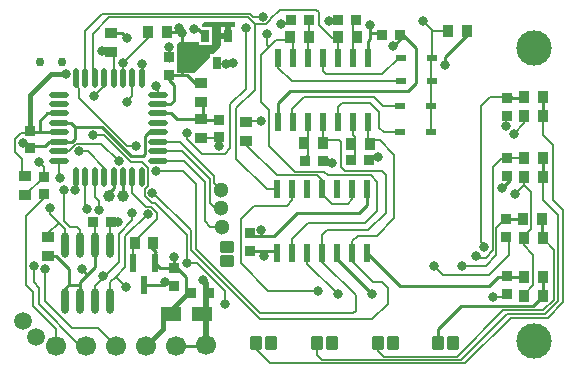
<source format=gbl>
%FSTAX25Y25*%
%MOIN*%
%SFA1B1*%

%IPPOS*%
%AMD22*
4,1,8,-0.024600,0.010300,-0.024600,-0.010300,-0.014300,-0.020700,0.014300,-0.020700,0.024600,-0.010300,0.024600,0.010300,0.014300,0.020700,-0.014300,0.020700,-0.024600,0.010300,0.0*
1,1,0.020680,-0.014300,0.010300*
1,1,0.020680,-0.014300,-0.010300*
1,1,0.020680,0.014300,-0.010300*
1,1,0.020680,0.014300,0.010300*
%
%AMD25*
4,1,8,-0.010300,-0.024600,0.010300,-0.024600,0.020700,-0.014300,0.020700,0.014300,0.010300,0.024600,-0.010300,0.024600,-0.020700,0.014300,-0.020700,-0.014300,-0.010300,-0.024600,0.0*
1,1,0.020680,-0.010300,-0.014300*
1,1,0.020680,0.010300,-0.014300*
1,1,0.020680,0.010300,0.014300*
1,1,0.020680,-0.010300,0.014300*
%
%ADD15C,0.006000*%
%ADD16C,0.008000*%
%ADD17C,0.010000*%
%ADD18C,0.020000*%
%ADD19C,0.015000*%
%ADD20C,0.005000*%
%ADD21C,0.007010*%
G04~CAMADD=22~8~0.0~0.0~413.4~492.1~103.4~0.0~15~0.0~0.0~0.0~0.0~0~0.0~0.0~0.0~0.0~0~0.0~0.0~0.0~90.0~492.0~414.0*
%ADD22D22*%
%ADD23C,0.118110*%
%ADD24C,0.059060*%
G04~CAMADD=25~8~0.0~0.0~413.4~492.1~103.4~0.0~15~0.0~0.0~0.0~0.0~0~0.0~0.0~0.0~0.0~0~0.0~0.0~0.0~180.0~414.0~492.0*
%ADD25D25*%
%ADD26C,0.066930*%
%ADD27C,0.029530*%
%ADD28C,0.031500*%
%ADD29R,0.025590X0.041340*%
%ADD30R,0.037400X0.037400*%
%ADD31R,0.023620X0.061020*%
%ADD32R,0.037400X0.037400*%
%ADD33R,0.039370X0.035430*%
%ADD34R,0.035430X0.039370*%
%ADD35C,0.051180*%
%ADD36C,0.039370*%
%ADD37R,0.035430X0.019690*%
%ADD38R,0.023620X0.059060*%
%ADD39O,0.064960X0.021650*%
%ADD40O,0.021650X0.064960*%
%ADD41R,0.070870X0.049210*%
%ADD42O,0.023620X0.086610*%
%ADD43C,0.007000*%
%LNswitch_trojan1-1*%
%LPD*%
G36*
X0183858Y0246602D02*
X0183677Y0246177D01*
X0182382*
Y024311*
X0181398*
Y0242126*
X0179118*
Y0240043*
X0178904Y0239633*
X0176394Y0237122*
X0175378*
Y0236106*
X0170079Y0230807*
X0164764*
X0164583Y0230988*
Y0232988*
Y0233154*
Y0238894*
X016449*
X0164474Y0240582*
X016497Y0241043*
X0171638*
Y0240043*
X0176197*
Y0246177*
X0173013*
X0172835Y0246356*
Y0247047*
X0173524Y0247736*
X0183858*
Y0246602*
G37*
%LNswitch_trojan1-2*%
%LPC*%
G36*
X0180413Y0246177D02*
X0179118D01*
Y0244094*
X0180413*
Y0246177*
G37*
%LNswitch_trojan1-3*%
%LPD*%
G54D15*
X0166043Y0238779D02*
X0177067D01*
X0177854Y0233858D02*
X0180709D01*
X0177657Y0234055D02*
X0177854Y0233858D01*
X0182185Y0220472D02*
X0187303Y022559D01*
X0182185Y0205709D02*
Y0220472D01*
X0180413Y0203937D02*
X0182185Y0205709D01*
X0184153Y0218996D02*
X0190354Y0225197D01*
X0184153Y0202264D02*
Y0218996D01*
Y0202264D02*
X0194291Y0192126D01*
X0202658Y0218701D02*
X0206791Y0222835D01*
X0282593Y0178754D02*
Y0191226D01*
X028002Y0176181D02*
X0282593Y0178754D01*
X0280217Y0193602D02*
X0282593Y0191226D01*
X028002Y017569D02*
Y0176181D01*
Y0173327D02*
Y017569D01*
Y0173327D02*
X0283169Y0170177D01*
X0187303Y022559D02*
Y0245768D01*
X018805Y0249337D02*
X0190354Y0247033D01*
X0141759Y0249337D02*
X018805D01*
X0194587Y0239993D02*
Y0243701D01*
Y0239993D02*
X0195095Y0239485D01*
X0139612Y0250537D02*
X0188833D01*
X0136319Y0243898D02*
X0141759Y0249337D01*
X0133858Y0244783D02*
X0139612Y0250537D01*
X0188833D02*
X0189862Y0249508D01*
X0193012*
X0190354Y0225197D02*
Y0247033D01*
X0194037*
X0195487Y0248483D02*
Y0248692D01*
X0194037Y0247033D02*
X0195487Y0248483D01*
Y0248692D02*
X0198764Y0251969D01*
X0175314Y0187383D02*
Y0195477D01*
Y0187383D02*
X0176969Y0185728D01*
X0179232*
X017687Y0193996D02*
X0179134Y0191732D01*
X017687Y0193996D02*
Y0196555D01*
X0165551Y0207874D02*
X017687Y0196555D01*
X0175591Y0179626D02*
X0179331D01*
X0173721Y0181496D02*
X0175591Y0179626D01*
X0223721Y020315D02*
Y0209583D01*
X0143307Y0229134D02*
Y0236614D01*
X0249114Y0211122D02*
Y023563D01*
X0211713Y024685D02*
Y0250984D01*
X0210728Y0251969D02*
X0211713Y0250984D01*
X0198764Y0251969D02*
X0210728D01*
X0222441Y020187D02*
X0223721Y020315D01*
X0220374Y0198228D02*
X0232712D01*
X0218996Y0199606D02*
X0220374Y0198228D01*
X0218996Y0199606D02*
Y0207776D01*
X0229134Y0196653D02*
X0231201Y0194587D01*
X0214764Y0196653D02*
X0229134D01*
X0213564Y0197854D02*
X0214764Y0196653D01*
X0203623Y0197854D02*
X0213564D01*
X0231201Y0184843D02*
Y0194587D01*
X0149606Y0190784D02*
Y0196063D01*
X0120384Y0154715D02*
X0129429Y0145669D01*
X0120384Y0154715D02*
Y0165354D01*
X0147638Y022126D02*
X0149606Y0223228D01*
Y0229134*
X0185728Y0182087D02*
X0190256Y0186614D01*
X0185728Y0167323D02*
Y0182087D01*
Y0167323D02*
X0194783Y0158268D01*
X0136319Y0229823D02*
Y0243898D01*
Y0229823D02*
X0137008Y0229134D01*
X0130945Y0226536D02*
Y0228898D01*
Y0226536D02*
X0131791Y0225689D01*
Y0222539D02*
Y0225689D01*
X0133858Y0229134D02*
Y0244783D01*
X0130709Y0229134D02*
X0130945Y0228898D01*
X0283169Y0160039D02*
Y0170177D01*
X028002Y015689D02*
X0283169Y0160039D01*
X028002Y0156004D02*
Y015689D01*
X0116339Y0153051D02*
X0124016Y0145374D01*
Y0139764D02*
Y0145374D01*
X0113976Y0160039D02*
Y0183169D01*
Y0160039D02*
X0116339Y0157677D01*
Y0153051D02*
Y0157677D01*
X0116634Y0161024D02*
X0118405Y0159252D01*
Y0153642D02*
Y0159252D01*
Y0153642D02*
X0122047Y015D01*
X0116634Y0161024D02*
Y0166634D01*
X0207087Y0202362D02*
X0208268Y0203543D01*
X0129429Y0145669D02*
X013811D01*
X0122047Y015D02*
X0127953Y0144095D01*
X0122047Y015D02*
D01*
X0249311Y0245177D02*
X0249803Y0244685D01*
X0254921*
X0222894Y0168051D02*
Y0174665D01*
X0224862Y0176634*
X0230965*
X0275197Y0170079D02*
Y017569D01*
X0268504Y0163386D02*
X0275197Y0170079D01*
X0270885Y0170098D02*
Y0179153D01*
X0267322Y0166535D02*
X0270885Y0170098D01*
X0267323Y0169291D02*
X0269685Y0171653D01*
X0264173Y0169291D02*
X0267323D01*
X025315Y0163386D02*
X0268504D01*
X0270885Y0179153D02*
X0273426Y0181694D01*
X0259448Y0166535D02*
X0267322D01*
X0266929Y0172834D02*
Y0173229D01*
X0265748Y0174409D02*
X0266929Y0173229D01*
X0265748Y0174409D02*
Y0219685D01*
X0264173Y0169291D02*
Y0169685D01*
X0249114Y023563D02*
X0249311Y0235827D01*
X0187598Y020937D02*
X0187697Y0209272D01*
X0194291Y0192126D02*
X0197894D01*
X0212894Y0190354D02*
X0216142Y0187106D01*
X0212894Y0190354D02*
Y0192126D01*
X021309Y0231496D02*
Y0235728D01*
X0238386Y0235827D02*
X0239075D01*
X0202658Y0214902D02*
Y0218701D01*
Y0214902D02*
X0203091Y0214469D01*
X0233169Y0219783D02*
X0238878D01*
X0218091Y0214469D02*
Y021937D01*
X0219488Y0220768*
X0228839*
X023189Y0217717*
Y0212598D02*
Y0217717D01*
Y0212598D02*
X0233366Y0211122D01*
X0238878*
X0197539Y0241929D02*
X0203563D01*
X0208268Y0203543D02*
Y0214291D01*
X020809Y0214469D02*
X0208268Y0214291D01*
X020809Y0235728D02*
Y0241102D01*
X0203091Y0241457D02*
X0203563Y0241929D01*
X0203091Y0235728D02*
Y0241457D01*
X0218091Y0235728D02*
Y0242047D01*
X0202894Y0170866D02*
Y0175531D01*
X0212894Y0167815D02*
Y0176772D01*
X0217894Y0170866D02*
X0217924Y0170836D01*
X0273426Y0181694D02*
X0275197D01*
X0207894Y0167302D02*
X021811Y0157086D01*
X0207894Y0167302D02*
Y0170866D01*
X0268702Y0222639D02*
X0275591D01*
X0265748Y0219685D02*
X0268702Y0222639D01*
X0146457Y0229134D02*
Y0234252D01*
Y0229134D02*
D01*
X0158268Y0223622D02*
Y022559D01*
X015748Y0226378D02*
X0158268Y022559D01*
X015748Y0226378D02*
D01*
X0152756Y0229134D02*
Y0232283D01*
X013811Y0145669D02*
X0144016Y0139764D01*
X0140157Y0196063D02*
D01*
X0249311Y0235827D02*
Y0245177D01*
X0246457Y0248031D02*
X0249311Y0245177D01*
X0189488Y0214961D02*
X019252D01*
X0187598Y0213071D02*
X0189488Y0214961D01*
X0216142Y0187106D02*
X0221358D01*
X0222894Y0188642*
Y0192126*
Y0168051D02*
X0229921Y0161024D01*
X0232677*
X0234646Y0159055*
Y0153937D02*
Y0159055D01*
X0229528Y0148819D02*
X0234646Y0153937D01*
X0140157Y0196063D02*
Y0199213D01*
X0212894Y0167815D02*
X0224016Y0156693D01*
Y0151575D02*
Y0156693D01*
X0223228Y0150787D02*
X0224016Y0151575D01*
X0212894Y0176772D02*
X0214468Y0178347D01*
X022815*
X0202894Y0175531D02*
X0208071Y0180709D01*
X0227067*
X0231201Y0184843*
X0202894Y0188327D02*
Y0192126D01*
X0201181Y0186614D02*
X0202894Y0188327D01*
X021309Y0231496D02*
X0214272Y0230315D01*
X0232874*
X0238386Y0235827*
X0198091Y0232618D02*
Y0235728D01*
Y0232618D02*
X0202657Y0228051D01*
X0239075*
X0206791Y0222835D02*
X0230118D01*
X0233169Y0219783*
X0192354Y0221031D02*
Y0236744D01*
Y0221031D02*
X0194994Y0218391D01*
Y0206482D02*
Y0218391D01*
X0223091Y0210213D02*
Y0214469D01*
Y0210213D02*
X0223721Y0209583D01*
X025Y0166535D02*
X025315Y0163386D01*
X0280118Y0213976D02*
Y0216536D01*
X0276772Y021063D02*
X0280118Y0213976D01*
X0280217Y0193602D02*
Y0196162D01*
X0277165Y0190551D02*
X0280217Y0193602D01*
X0272737Y020256D02*
X0280118D01*
X0280217Y0202462*
X0132283Y0139764D02*
X0134016D01*
X0127953Y0144095D02*
X0132283Y0139764D01*
X0125197Y0196063D02*
Y0201575D01*
X0134646Y0204724D02*
X0140157Y0199213D01*
X0125197Y0204725D02*
X012839D01*
X0132146Y0173622D02*
Y0178484D01*
X0131102Y0179528D02*
X0132146Y0178484D01*
X012874Y0179528D02*
X0131102D01*
X0126771Y0181496D02*
X012874Y0179528D01*
X0126771Y0181496D02*
Y018937D01*
D01*
X0126778Y0189377D01*
X0127146Y0173622D02*
Y0178661D01*
X0269685Y0171653D02*
Y0199508D01*
X0272737Y020256*
X0212894Y0192126D02*
Y019498D01*
X0194994Y0206482D02*
X0203623Y0197854D01*
X0197762Y0196653D02*
X0211221D01*
X0212894Y019498*
X021309Y0208366D02*
Y0214469D01*
Y0208366D02*
X0218406D01*
X0218996Y0207776*
X0228091Y0208425D02*
X0228642Y0207874D01*
X0228091Y0208425D02*
Y0214469D01*
Y0208425D02*
X0232028D01*
X0223091Y0247008D02*
X0224114Y0248032D01*
X0223091Y0235728D02*
Y0247008D01*
X0216043Y024252D02*
X0218012D01*
X0208563Y0241929D02*
Y0248032D01*
X0208366Y0248229D02*
X0208563Y0248032D01*
X0207185Y0242008D02*
X020809Y0241102D01*
X0211713Y024685D02*
X0216043Y024252D01*
X0192354Y0236744D02*
X0197539Y0241929D01*
X0187795Y020662D02*
X0197762Y0196653D01*
X0187795Y020662D02*
Y0208071D01*
X0187697Y0208169D02*
X0187795Y0208071D01*
X0187697Y0208169D02*
Y0209272D01*
X0190256Y0186614D02*
X0201181D01*
X0194783Y0158268D02*
X0211417D01*
X0172441Y0209154D02*
X0177362D01*
X0177559Y020935*
X0120079Y0189272D02*
Y0191535D01*
X0113878Y0190059D02*
X0120079Y019626D01*
X0113779Y0190059D02*
X0113878D01*
X0120079Y019626D02*
Y0199606D01*
X0112894Y0197244D02*
Y0202165D01*
Y0197244D02*
X0113779Y0196358D01*
X0122146Y0183661D02*
X0125Y0180807D01*
X0127146Y0178661*
X0167717Y0208865D02*
Y0210944D01*
X0166732Y0201575D02*
X0173721Y0194587D01*
Y0181496D02*
Y0194587D01*
X0131791Y0222539D02*
X0147933Y0206398D01*
X0150689*
X0144971Y0201486D02*
X0145283D01*
X0139258Y0207199D02*
X0144971Y0201486D01*
X0136516Y0210236D02*
X0140033D01*
X0149285Y0200984*
X0118504Y0200376D02*
Y0201181D01*
X0120079Y0199606*
X0113976Y0183169D02*
X0120079Y0189272D01*
X0122146Y0183661D02*
Y0185925D01*
X0125197Y0196063D02*
X0125591Y0195669D01*
X012839Y0204725D02*
X0130865Y0207199D01*
X0139258*
X013189Y0204724D02*
X0134646D01*
X0137008Y018937D02*
Y0196063D01*
X0126778Y0189377D02*
Y019184D01*
X0133858Y0185925D02*
Y0196063D01*
X0130585Y0195939D02*
X0130709Y0196063D01*
X0130585Y0191659D02*
Y0195939D01*
X0149803Y016752D02*
Y0174114D01*
X0170866Y0172047D02*
Y0193701D01*
Y0172047D02*
X0192126Y0150787D01*
X0223228*
X0167823Y0167626D02*
X0171011D01*
X0180512Y0158126*
Y0153642D02*
Y0158126D01*
X0169095Y0171752D02*
X0192027Y0148819D01*
X0229528*
X0166067Y0204725D02*
X0175314Y0195477D01*
X0149285Y0200984D02*
X0152804D01*
X0149606Y0190784D02*
X0154155Y0186235D01*
X0155651*
X0157677Y0181988D02*
Y0184209D01*
X0149803Y0174114D02*
X0157677Y0181988D01*
X0155651Y0186235D02*
X0157677Y0184209D01*
X0169095Y0171752D02*
Y0178347D01*
X0167717Y0208865D02*
X0172644Y0203937D01*
X0180413*
X0158268Y0207874D02*
X0165551D01*
X0160949Y0204725D02*
X0166067D01*
X0158268Y0201575D02*
X0166732D01*
X0166526Y0198041D02*
X0170866Y0193701D01*
X0157291Y0198041D02*
X0166526D01*
X0152804Y0200984D02*
X0154739Y019905D01*
Y0193077D02*
Y019905D01*
X0153734Y018977D02*
Y0192071D01*
Y018977D02*
X0156069Y0187435D01*
X0153734Y0192071D02*
X0154739Y0193077D01*
X0156487Y0190954D02*
X0169095Y0178347D01*
X0156208Y0190954D02*
X0156487D01*
X0156069Y0187435D02*
X0157053D01*
X0167823Y0176665*
Y0167626D02*
Y0176665D01*
X0138393Y0185245D02*
Y0187985D01*
X0137008Y018937D02*
X0138393Y0187985D01*
X0146457Y0234252D02*
X0154823Y0242618D01*
Y0244488*
X0152756Y0232283D02*
X0153543Y0233071D01*
X0152953Y0233661D02*
X0153543Y0233071D01*
X0152953Y0233661D02*
Y0233858D01*
X0167717Y0210944D02*
X0167922Y0210739D01*
X0112303Y0210827D02*
X0115354D01*
X0110433Y0204626D02*
X0112894Y0202165D01*
X0110433Y0204626D02*
Y0208957D01*
X0112303Y0210827*
X0230965Y0176634D02*
X023691Y0182579D01*
Y0203543*
X0232028Y0208425D02*
X023691Y0203543D01*
X022815Y0178347D02*
X0234055Y0184252D01*
Y0196885*
X0232712Y0198228D02*
X0234055Y0196885D01*
G54D16*
X0199114Y024675D02*
Y0247244D01*
Y024675D02*
X0199604Y024626D01*
X0273327Y0155709D02*
X0274705Y0157087D01*
X0273031Y0156004D02*
X0273327Y0155709D01*
X0269685Y0156004D02*
X0273031D01*
X0212992Y0202657D02*
X0214272D01*
X021624Y0200689*
X0201573Y0248229D02*
X0202461D01*
X0199604Y024626D02*
X0201573Y0248229D01*
G54D17*
X0166043Y0238779D02*
Y024498D01*
Y0230118D02*
Y0238779D01*
X0170177Y0245472D02*
X0171555D01*
X0173917Y024311*
X0172835Y0227461D02*
Y0228346D01*
X0170374Y0227461D02*
X0172835D01*
X0163779Y0244488D02*
X0165256Y0245965D01*
Y0245768D02*
X0166043Y024498D01*
X0161122Y0244488D02*
X0163779D01*
X0161713Y0236024D02*
Y023937D01*
Y0234843D02*
Y0236024D01*
X0165256Y0245768D02*
Y0245965D01*
X0166043Y0230118D02*
X0167717D01*
X0161713D02*
X0166043D01*
X0173917Y024311D02*
X0174606D01*
X0134449Y0163583D02*
X0137008Y0166142D01*
X0132146Y0161279D02*
X0134449Y0163583D01*
X0132677Y0165354D02*
X0134449Y0163583D01*
X0128347Y0160236D02*
Y0165453D01*
X0124016Y0169783D02*
X0128347Y0165453D01*
X0121555Y0169783D02*
X0124016D01*
X0127146Y0159035D02*
X0128347Y0160236D01*
X015392Y0209825D02*
X0155118Y0211024D01*
X0158268*
X0129134Y0214173D02*
X0130347Y021296D01*
X0161713Y0228346D02*
Y0230118D01*
X014626Y0244094D02*
X0147933Y0242421D01*
X014252Y0244094D02*
X014626D01*
X028307Y015315D02*
X0286319Y0156399D01*
X0259055Y015315D02*
X028307D01*
X0251378Y0145472D02*
X0259055Y015315D01*
X0112992Y020748D02*
X0113976Y0206496D01*
X0253839Y0233563D02*
Y0236024D01*
X0261221Y0243406*
Y0244685*
X0238976Y0244094D02*
X0244094Y0238976D01*
X0271458Y0162796D02*
X0275197D01*
X0268504Y0159843D02*
X0271458Y0162796D01*
X0238917Y0159843D02*
X0268504D01*
X0158268Y0207874D02*
X0158661Y0208268D01*
X0143307Y019252D02*
Y0196063D01*
X0146457D02*
D01*
Y0189764D02*
Y0196063D01*
X0141732Y0190945D02*
X0143307Y019252D01*
X0141732Y0189764D02*
Y0190945D01*
X017313Y0215335D02*
Y0219606D01*
X0164345Y0215335D02*
X017313D01*
X0173209Y0215256*
X0177264*
X0161713Y0228346D02*
X0163287Y0226772D01*
Y0221555D02*
Y0226772D01*
X0162205Y0220473D02*
X0163287Y0221555D01*
X0158268Y0220473D02*
X0162205D01*
X0158858Y0165945D02*
X0161811D01*
X0157283Y016752D02*
X0158858Y0165945D01*
X0157283Y016752D02*
Y0171181D01*
X0157362Y017126*
X0155394Y0173228D02*
X0157362Y017126D01*
X0142878Y0229563D02*
X0143307Y0229134D01*
X0140157D02*
D01*
X0118898Y0211024D02*
X0125197D01*
X0115551D02*
X0118898D01*
Y0214961*
X012126Y0217323*
X0125197*
X0136441Y0195496D02*
X0137008Y0196063D01*
X028002Y022254D02*
X0280118Y0222639D01*
X0275689Y022254D02*
X028002D01*
X0286516Y0196162D02*
Y0202462D01*
X0275Y0182088D02*
X0275098Y0181989D01*
X0286319Y0156399D02*
Y0162895D01*
X0275098Y0162993D02*
X0275197Y0162895D01*
X0286417Y0216536D02*
Y0222639D01*
X0286319Y0162895D02*
X0287402Y0163977D01*
X028622Y0175788D02*
Y0181989D01*
X0251378Y014065D02*
Y0145472D01*
X0275197Y0162895D02*
X028002D01*
X0217894Y016872D02*
X0229527Y0157086D01*
X0217894Y016872D02*
Y0170866D01*
X0275098Y0181989D02*
X0279921D01*
X0275689Y022254D02*
X0275984Y0222836D01*
X0196653Y0176575D02*
X0204331Y0184252D01*
X0225197*
X0227894Y0186949*
Y0192126*
X0228091Y0235728D02*
X022815Y0235788D01*
X0244094Y0227559D02*
Y0238976D01*
X0241339Y0224803D02*
X0244094Y0227559D01*
X0201969Y0224803D02*
X0241339D01*
X0198091Y0220925D02*
X0201969Y0224803D01*
X0198091Y0214469D02*
Y0220925D01*
X0227894Y0170866D02*
X0238917Y0159843D01*
X0125197Y0214173D02*
X0129134D01*
X0158268Y0217323D02*
X0162357D01*
X0164345Y0215335*
X0164016Y0139764D02*
X0174764D01*
X0137008Y0166142D02*
Y0173484D01*
X0128347Y0160236D02*
X0132146D01*
Y0154724D02*
Y0160236D01*
Y0161279*
X0272835Y019252D02*
X0275295Y019498D01*
Y0196457*
X022815Y0235788D02*
Y0241437D01*
X0228839Y0242126*
Y0244193D02*
X0228937Y0244094D01*
X0228839Y0242126D02*
Y0244193D01*
Y0246949*
X0235728Y0240059D02*
X0236122Y0239665D01*
X0236614*
X0228937Y0244094D02*
X0233366D01*
X0236614Y0239665D02*
X0238681Y0241732D01*
Y0242323*
X0188878Y0177461D02*
X0189764Y0176575D01*
X0197205Y0171555D02*
X0197894Y0170866D01*
X0193307Y0169685D02*
Y0171457D01*
X0193209Y0171555D02*
X0193307Y0171457D01*
X0188878Y0171555D02*
X0193209D01*
X0197205*
X019252Y017687D02*
Y0178347D01*
X0192224Y0176575D02*
X019252Y017687D01*
X0189764Y0176575D02*
X0192224D01*
X0196653*
X016752Y0156693D02*
Y0162894D01*
X0161811Y0165945D02*
X0162401Y0166535D01*
X0160531Y0161221D02*
X0163386D01*
X0113976Y0206496D02*
X0120571D01*
X0121949Y0207874*
X0125197*
X0153543Y0160039D02*
X0160531D01*
X0139289Y021296D02*
X0149099Y020315D01*
X0130347Y021296D02*
X0139289D01*
X0125197Y0207874D02*
X012956D01*
X0130347Y0208662*
Y021296*
X0172736Y0161909D02*
X0173228D01*
X0163386Y0165847D02*
X0163394Y0165854D01*
Y0166535*
Y0170185*
X0162401Y0166535D02*
X0163386D01*
X0163394D02*
X0163878D01*
X016752Y0162894*
X0174213Y0139213D02*
X0175Y014D01*
X0149099Y020315D02*
X015315D01*
X015392Y020392*
Y0209825*
X0178347Y0206496D02*
Y020935D01*
X0167717Y0230118D02*
X0170374Y0227461D01*
G54D18*
X0174213Y0139213D02*
Y0160925D01*
X0173228Y0161909D02*
X0174213Y0160925D01*
G54D19*
X0154016Y0139764D02*
X0159843Y0145591D01*
Y0149016*
X016752Y0156693*
X0122354Y0230425D02*
X0127368D01*
X0115354Y0223425D02*
X0122354Y0230425D01*
X0115354Y0211614D02*
Y0223425D01*
G54D20*
X0137146Y0154724D02*
Y0159882D01*
X0143996Y0162894D02*
X0147244Y0166142D01*
X0142146Y0161043D02*
X0143996Y0162894D01*
X0144095*
X0147441Y0159547*
X0195507Y013402D02*
X0260497D01*
X029311Y0154331D02*
Y0185138D01*
X0289862Y0188386D02*
X029311Y0185138D01*
X0289862Y0188386D02*
Y0206791D01*
X0291535Y0154823D02*
Y0183465D01*
X0286516Y0188484D02*
X0291535Y0183465D01*
X0286516Y0188484D02*
Y0196162D01*
X0286417Y0210236D02*
X0289862Y0206791D01*
X0286417Y0210236D02*
Y0216536D01*
X0136909Y0223228D02*
X0140157Y0226476D01*
X0287992Y0149213D02*
X029311Y0154331D01*
X0275689Y0149213D02*
X0287992D01*
X0260497Y013402D02*
X0275689Y0149213D01*
X0287106Y0150394D02*
X0291535Y0154823D01*
X0274508Y0150394D02*
X0287106D01*
X0259235Y013512D02*
X0274508Y0150394D01*
X0286536Y0151673D02*
X0290158Y0155295D01*
X0273228Y0151673D02*
X0286536D01*
X0257776Y0136221D02*
X0273228Y0151673D01*
X0212911Y013512D02*
X0259235D01*
X0233465Y0136221D02*
X0257776D01*
X0290158Y0155295D02*
Y0171851D01*
X0231398Y0138287D02*
Y0140945D01*
Y0138287D02*
X0233465Y0136221D01*
X028622Y0175788D02*
X0286319Y017569D01*
X0290158Y0171851*
X0211221Y0136811D02*
Y0140945D01*
Y0136811D02*
X0212911Y013512D01*
X0190748Y0138779D02*
X0195507Y013402D01*
X0190748Y0138779D02*
Y0140945D01*
X0142146Y0154724D02*
Y0161043D01*
X0140157Y0226476D02*
Y0229134D01*
X0121555Y0176083D02*
Y0177362D01*
X0125Y0180807*
X0149606Y0181791D02*
Y0184252D01*
X0147244Y0176378D02*
X0154626Y018376D01*
X0147244Y0166142D02*
Y0176378D01*
X0137146Y0159882D02*
X0145079Y0167815D01*
Y0177264*
X0149606Y0181791*
G54D21*
X013937Y0237992D02*
X0141732D01*
X0142028Y0238287D02*
X014252Y0237795D01*
X0141732Y0237992D02*
X0142028Y0238287D01*
G54D22*
X0181004Y0168012D03*
Y0172933D03*
G54D23*
X0283465Y0141634D03*
Y0238976D03*
G54D24*
X011752Y0142717D03*
X0112992Y0148031D03*
G54D25*
X0256299Y014065D03*
X0251378D03*
X0236319Y0140945D03*
X0231398D03*
X0216142D03*
X0211221D03*
X0195669D03*
X0190748D03*
G54D26*
X0124016Y0139764D03*
X0134016D03*
X0144016D03*
X0154016D03*
X0164016D03*
X0174016Y014D03*
G54D27*
X0125984Y0234449D03*
X0118898D03*
G54D28*
X0182972Y0234055D03*
X0180709Y0233858D03*
X0165969Y024403D03*
X0170177Y0245472D03*
X0187303Y0245768D03*
X0194587Y0243701D03*
X0199114Y0247244D03*
X0193012Y0249508D03*
X0165256Y0245965D03*
X0132677Y0165354D03*
X0120384D03*
X0150689Y0206398D03*
X0147638Y022126D03*
X0139665Y0163287D03*
X0147441Y0159547D03*
X013937Y0237992D03*
X0136909Y0223228D03*
X0147933Y0242421D03*
X0127368Y0230425D03*
X0269685Y0156004D03*
X0253839Y0233563D03*
X0266929Y0172834D03*
X0259448Y0166535D03*
X0264173Y0169685D03*
X0161713Y023937D03*
X0229527Y0157086D03*
X021811D03*
X0211417Y0158268D03*
X0146457Y0234252D03*
X015748Y0226378D03*
X0246457Y0248031D03*
X019252Y0214961D03*
X0193307Y0169685D03*
X025Y0166535D03*
X0112992Y020748D03*
X0276772Y021063D03*
X0277165Y0190551D03*
X019252Y0178347D03*
X0274029Y0213298D03*
X0272835Y019252D03*
X0231594Y0202756D03*
X021624Y0200689D03*
X0228839Y0246949D03*
X0215014Y0248032D03*
X0236614Y0239665D03*
X0160531Y0161221D03*
X0144882Y0181299D03*
X0116634Y0166634D03*
X0167823Y0167626D03*
X0136516Y0210236D03*
X0145283Y0201486D03*
X0118504Y0201181D03*
X0122146Y0185925D03*
X0125591Y0195669D03*
X013189Y0204724D03*
X0126778Y019184D03*
X0130585Y0191659D03*
X0173228Y0161909D03*
X0149606Y0184252D03*
X0154626Y018376D03*
X0180512Y0153642D03*
X0163394Y0169595D03*
X0178347Y0206496D03*
X0157291Y0198041D03*
X0156208Y0190954D03*
X0138393Y0185245D03*
X013435Y0185335D03*
X0152953Y0233858D03*
X0167922Y0210739D03*
G54D29*
X0177657Y0234055D03*
X0181398Y024311D03*
X0173917D03*
G54D30*
X0188878Y0171555D03*
Y0177461D03*
X0163386Y0165847D03*
Y0159941D03*
X0120079Y019626D03*
Y0190354D03*
X0115354Y0205709D03*
Y0211614D03*
X0161713Y0236024D03*
Y0230118D03*
X0178347Y020935D03*
Y0215256D03*
X0274311Y0216634D03*
Y0222539D03*
X0274409Y0196457D03*
Y0202362D03*
X0274114Y0176084D03*
Y0181989D03*
X0274311Y0157087D03*
Y0162992D03*
G54D31*
X0203091Y0214469D03*
X0208091D03*
X0218091D03*
X0203091Y0235728D03*
X0208091D03*
X0218091D03*
X0198091Y0214469D03*
X0228091D03*
X0223091D03*
X0213091D03*
X0198091Y0235728D03*
X0228091D03*
X0223091D03*
X0213091D03*
X0202894Y0170866D03*
X0207894D03*
X0217894D03*
X0202894Y0192126D03*
X0207894D03*
X0217894D03*
X0197894Y0170866D03*
X0227894D03*
X0222894D03*
X0212894D03*
X0197894Y0192126D03*
X0227894D03*
X0222894D03*
X0212894D03*
G54D32*
X0142323Y0181102D03*
X0136417D03*
X0175Y0157579D03*
X0169095D03*
X0238681Y0243504D03*
X0232776D03*
X0218209Y0248524D03*
X0224114D03*
X0202461Y0248622D03*
X0208366D03*
X0212992Y0201575D03*
X0207087D03*
X0228346Y020187D03*
X0222441D03*
G54D33*
X014252Y0244094D03*
Y0237795D03*
X0121555Y0176083D03*
Y0169783D03*
X0113779Y0196358D03*
Y0190059D03*
X0172441Y0209154D03*
Y0215453D03*
X0172343Y0221162D03*
Y0227461D03*
X0187598Y021437D03*
Y0208071D03*
G54D34*
X0156595Y0174114D03*
X0150295D03*
X0154823Y0244488D03*
X0161122D03*
X0254921Y0244685D03*
X0261221D03*
X0218012Y0242815D03*
X0224311D03*
X0286417Y0222639D03*
X0280118D03*
X0286417Y0216536D03*
X0280118D03*
X0202264Y0242717D03*
X0208563D03*
X0286516Y0202462D03*
X0280217D03*
X0286516Y0196162D03*
X0280217D03*
X0213189Y020748D03*
X020689D03*
X028622Y0181989D03*
X0279921D03*
X0286319Y017569D03*
X028002D03*
X0228642Y0207283D03*
X0222342D03*
X0286319Y0162895D03*
X028002D03*
X0286319Y0156399D03*
X028002D03*
G54D35*
X0179331Y0179626D03*
X0179134Y0191732D03*
X0179232Y0185728D03*
G54D36*
X0141732Y0189764D03*
X0146457D03*
G54D37*
X0249311Y0228051D03*
X0239075D03*
X0249114Y0211122D03*
X0238878D03*
X0249114Y0219783D03*
X0238878D03*
X0249311Y0235827D03*
X0239075D03*
G54D38*
X0149803Y016752D03*
X0157283D03*
X0153543Y0160039D03*
G54D39*
X0125197Y0201575D03*
Y0204725D03*
Y0207874D03*
Y0211024D03*
Y0214173D03*
Y0217323D03*
Y0220473D03*
Y0223622D03*
X0158268D03*
Y0220473D03*
Y0217323D03*
Y0214173D03*
Y0211024D03*
Y0207874D03*
Y0204725D03*
Y0201575D03*
G54D40*
X0130709Y0229134D03*
X0133858D03*
X0137008D03*
X0140157D03*
X0143307D03*
X0146457D03*
X0149606D03*
X0152756D03*
Y0196063D03*
X0149606D03*
X0146457D03*
X0143307D03*
X0140157D03*
X0137008D03*
X0133858D03*
X0130709D03*
G54D41*
X0172835Y0150394D03*
X0162598D03*
G54D42*
X0127146Y0173622D03*
X0132146D03*
X0137146D03*
X0142146D03*
X0127146Y0154724D03*
X0132146D03*
X0137146D03*
X0142146D03*
G54D43*
X0137008Y0173484D02*
X0137146Y0173622D01*
X0141142Y0181102D02*
X0142146Y0180098D01*
Y0173622D02*
Y0180098D01*
X0127146Y0154724D02*
Y0159035D01*
X0135138Y0181102D02*
X0137205D01*
Y0174075D02*
Y0181102D01*
X0141142D02*
X0141339Y0181299D01*
X0144882*
M02*
</source>
